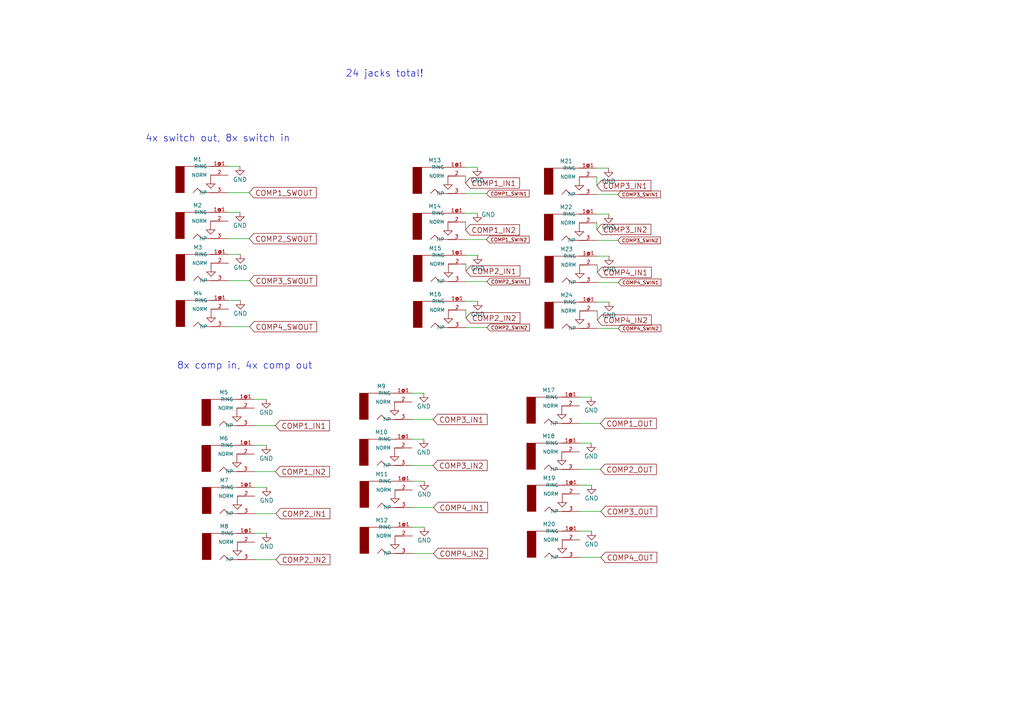
<source format=kicad_sch>
(kicad_sch (version 20211123) (generator eeschema)
  (paper "A4")
  (lib_symbols
    (symbol "erthenvar:AUDIO-JACKERTHENVAR" (pin_names (offset 1.016))
      (property "Reference" "M" (at -7.493 4.445 0))
      (symbol "AUDIO-JACKERTHENVAR_1_0"
        (polyline (pts (xy -5.08 2.54) (xy 5.08 2.54)))
        (polyline (pts (xy -2.54 -5.08) (xy -1.27 -3.81)))
        (polyline (pts (xy -1.27 -3.81) (xy 0 -5.08)))
        (polyline (pts (xy 0 -5.08) (xy 5.08 -5.08)))
        (polyline (pts (xy 1.27 -2.54) (xy 2.54 -2.54)))
        (polyline (pts (xy 2.54 -3.81) (xy 1.27 -2.54)))
        (polyline (pts (xy 2.54 -2.54) (xy 2.54 0)))
        (polyline (pts (xy 2.54 -2.54) (xy 3.81 -2.54)))
        (polyline (pts (xy 3.81 -2.54) (xy 2.54 -3.81)))
        (polyline (pts (xy 5.08 0) (xy 2.54 0)))
      )
      (symbol "AUDIO-JACKERTHENVAR_1_1"
        (rectangle (start -7.62 -5.08) (end -5.08 2.54) (fill (type outline)))
        (pin bidirectional line (at 7.62 2.54 180) (length 5.08) (name "RING") (number "1@1"))
        (pin bidirectional line (at 7.62 2.54 180) (length 5.08) hide (name "RING") (number "1@2"))
        (pin bidirectional line (at 7.62 0 180) (length 5.08) (name "NORM") (number "2"))
        (pin bidirectional line (at 7.62 -5.08 180) (length 5.08) (name "TIP") (number "3"))
      )
    )
    (symbol "power:GND" (power) (pin_names (offset 0))
      (property "Value" "GND" (at 0 -3.81 0))
      (symbol "GND_0_1"
        (polyline (pts (xy 0 0) (xy 0 -1.27) (xy 1.27 -1.27) (xy 0 -2.54) (xy -1.27 -1.27) (xy 0 -1.27)))
      )
      (symbol "GND_1_1"
        (pin power_in line (at 0 0 270) (length 0) hide (name "GND") (number "1"))
      )
    )
  )
  (wire (pts (xy 73.787 136.779) (xy 79.883 136.779)))
  (wire (pts (xy 135.128 76.581) (xy 135.128 78.613)))
  (wire (pts (xy 135.128 87.376) (xy 138.557 87.376)))
  (wire (pts (xy 168.021 136.144) (xy 174.117 136.144)))
  (wire (pts (xy 66.294 94.742) (xy 72.39 94.742)))
  (wire (pts (xy 66.167 48.26) (xy 69.596 48.26)))
  (wire (pts (xy 173.228 87.63) (xy 176.657 87.63)))
  (wire (pts (xy 119.507 121.666) (xy 125.603 121.666)))
  (wire (pts (xy 119.507 135.001) (xy 125.603 135.001)))
  (wire (pts (xy 135.128 81.661) (xy 141.224 81.661)))
  (wire (pts (xy 173.101 62.103) (xy 176.53 62.103)))
  (wire (pts (xy 173.228 95.25) (xy 179.324 95.25)))
  (wire (pts (xy 119.507 114.046) (xy 122.936 114.046)))
  (wire (pts (xy 168.021 128.524) (xy 171.45 128.524)))
  (wire (pts (xy 73.787 123.444) (xy 79.883 123.444)))
  (wire (pts (xy 119.634 139.573) (xy 123.063 139.573)))
  (wire (pts (xy 119.634 147.193) (xy 125.73 147.193)))
  (wire (pts (xy 66.294 81.407) (xy 72.39 81.407)))
  (wire (pts (xy 66.167 69.215) (xy 72.263 69.215)))
  (wire (pts (xy 66.167 55.88) (xy 72.263 55.88)))
  (wire (pts (xy 66.167 61.595) (xy 69.596 61.595)))
  (wire (pts (xy 119.634 160.528) (xy 125.73 160.528)))
  (wire (pts (xy 73.787 129.159) (xy 77.216 129.159)))
  (wire (pts (xy 173.101 64.643) (xy 173.101 66.548)))
  (wire (pts (xy 168.021 115.189) (xy 171.45 115.189)))
  (wire (pts (xy 173.101 51.308) (xy 173.101 53.848)))
  (wire (pts (xy 168.148 154.051) (xy 171.577 154.051)))
  (wire (pts (xy 73.787 115.824) (xy 77.216 115.824)))
  (wire (pts (xy 119.634 152.908) (xy 123.063 152.908)))
  (wire (pts (xy 173.101 69.723) (xy 179.197 69.723)))
  (wire (pts (xy 173.228 90.17) (xy 173.228 92.837)))
  (wire (pts (xy 173.101 56.388) (xy 179.197 56.388)))
  (wire (pts (xy 173.228 74.295) (xy 176.657 74.295)))
  (wire (pts (xy 135.128 89.916) (xy 135.128 92.202)))
  (wire (pts (xy 135.128 74.041) (xy 138.557 74.041)))
  (wire (pts (xy 73.914 154.686) (xy 77.343 154.686)))
  (wire (pts (xy 168.148 140.716) (xy 171.577 140.716)))
  (wire (pts (xy 168.148 148.336) (xy 174.244 148.336)))
  (wire (pts (xy 168.021 122.809) (xy 174.117 122.809)))
  (wire (pts (xy 66.294 87.122) (xy 69.723 87.122)))
  (wire (pts (xy 173.228 81.915) (xy 179.324 81.915)))
  (wire (pts (xy 73.914 148.971) (xy 80.01 148.971)))
  (wire (pts (xy 66.294 73.787) (xy 69.723 73.787)))
  (wire (pts (xy 135.001 69.469) (xy 141.097 69.469)))
  (wire (pts (xy 135.001 64.389) (xy 135.001 66.675)))
  (wire (pts (xy 135.001 48.514) (xy 138.43 48.514)))
  (wire (pts (xy 73.914 141.351) (xy 77.343 141.351)))
  (wire (pts (xy 168.148 161.671) (xy 174.244 161.671)))
  (wire (pts (xy 135.001 51.054) (xy 135.001 53.086)))
  (wire (pts (xy 135.001 56.134) (xy 141.097 56.134)))
  (wire (pts (xy 135.001 61.849) (xy 138.43 61.849)))
  (wire (pts (xy 173.228 76.835) (xy 173.228 78.994)))
  (wire (pts (xy 173.101 48.768) (xy 176.53 48.768)))
  (wire (pts (xy 135.128 94.996) (xy 141.224 94.996)))
  (wire (pts (xy 119.507 127.381) (xy 122.936 127.381)))
  (wire (pts (xy 73.914 162.306) (xy 80.01 162.306)))
  (text "24 jacks total!" (at 100.203 22.606 0) (effects (font (size 2 2)) (justify left bottom)))
  (text "4x switch out, 8x switch in" (at 42.164 41.402 0) (effects (font (size 2 2)) (justify left bottom)))
  (text "8x comp in, 4x comp out" (at 51.308 107.315 0) (effects (font (size 2 2)) (justify left bottom)))
  (global_label "COMP2_SWOUT" (shape input) (at 72.263 69.215 0) (effects (font (size 1.524 1.524))) (property "Intersheet References" "${INTERSHEET_REFS}" (effects hide)))
  (global_label "COMP2_OUT" (shape input) (at 174.117 136.144 0) (effects (font (size 1.524 1.524))) (property "Intersheet References" "${INTERSHEET_REFS}" (effects hide)))
  (global_label "COMP2_IN1" (shape input) (at 80.01 148.971 0) (effects (font (size 1.524 1.524))) (property "Intersheet References" "${INTERSHEET_REFS}" (effects hide)))
  (global_label "COMP3_SWIN2" (shape input) (at 179.197 69.723 0) (effects (font (size 1 1))) (property "Intersheet References" "${INTERSHEET_REFS}" (effects hide)))
  (global_label "COMP1_IN1" (shape input) (at 135.001 53.086 0) (effects (font (size 1.524 1.524))) (property "Intersheet References" "${INTERSHEET_REFS}" (effects hide)))
  (global_label "COMP2_IN2" (shape input) (at 80.01 162.306 0) (effects (font (size 1.524 1.524))) (property "Intersheet References" "${INTERSHEET_REFS}" (effects hide)))
  (global_label "COMP4_SWIN1" (shape input) (at 179.324 81.915 0) (effects (font (size 1 1))) (property "Intersheet References" "${INTERSHEET_REFS}" (effects hide)))
  (global_label "COMP1_SWOUT" (shape input) (at 72.263 55.88 0) (effects (font (size 1.524 1.524))) (property "Intersheet References" "${INTERSHEET_REFS}" (effects hide)))
  (global_label "COMP3_IN2" (shape input) (at 173.101 66.548 0) (effects (font (size 1.524 1.524))) (property "Intersheet References" "${INTERSHEET_REFS}" (effects hide)))
  (global_label "COMP1_IN2" (shape input) (at 135.001 66.675 0) (effects (font (size 1.524 1.524))) (property "Intersheet References" "${INTERSHEET_REFS}" (effects hide)))
  (global_label "COMP3_IN2" (shape input) (at 125.603 135.001 0) (effects (font (size 1.524 1.524))) (property "Intersheet References" "${INTERSHEET_REFS}" (effects hide)))
  (global_label "COMP3_SWOUT" (shape input) (at 72.39 81.407 0) (effects (font (size 1.524 1.524))) (property "Intersheet References" "${INTERSHEET_REFS}" (effects hide)))
  (global_label "COMP3_IN1" (shape input) (at 125.603 121.666 0) (effects (font (size 1.524 1.524))) (property "Intersheet References" "${INTERSHEET_REFS}" (effects hide)))
  (global_label "COMP4_SWOUT" (shape input) (at 72.39 94.742 0) (effects (font (size 1.524 1.524))) (property "Intersheet References" "${INTERSHEET_REFS}" (effects hide)))
  (global_label "COMP1_IN1" (shape input) (at 79.883 123.444 0) (effects (font (size 1.524 1.524))) (property "Intersheet References" "${INTERSHEET_REFS}" (effects hide)))
  (global_label "COMP4_IN1" (shape input) (at 173.228 78.994 0) (effects (font (size 1.524 1.524))) (property "Intersheet References" "${INTERSHEET_REFS}" (effects hide)))
  (global_label "COMP3_IN1" (shape input) (at 173.101 53.848 0) (effects (font (size 1.524 1.524))) (property "Intersheet References" "${INTERSHEET_REFS}" (effects hide)))
  (global_label "COMP2_SWIN2" (shape input) (at 141.224 94.996 0) (effects (font (size 1 1))) (property "Intersheet References" "${INTERSHEET_REFS}" (effects hide)))
  (global_label "COMP1_SWIN1" (shape input) (at 141.097 56.134 0) (effects (font (size 1 1))) (property "Intersheet References" "${INTERSHEET_REFS}" (effects hide)))
  (global_label "COMP3_OUT" (shape input) (at 174.244 148.336 0) (effects (font (size 1.524 1.524))) (property "Intersheet References" "${INTERSHEET_REFS}" (effects hide)))
  (global_label "COMP1_IN2" (shape input) (at 79.883 136.779 0) (effects (font (size 1.524 1.524))) (property "Intersheet References" "${INTERSHEET_REFS}" (effects hide)))
  (global_label "COMP4_OUT" (shape input) (at 174.244 161.671 0) (effects (font (size 1.524 1.524))) (property "Intersheet References" "${INTERSHEET_REFS}" (effects hide)))
  (global_label "COMP3_SWIN1" (shape input) (at 179.197 56.388 0) (effects (font (size 1 1))) (property "Intersheet References" "${INTERSHEET_REFS}" (effects hide)))
  (global_label "COMP1_OUT" (shape input) (at 174.117 122.809 0) (effects (font (size 1.524 1.524))) (property "Intersheet References" "${INTERSHEET_REFS}" (effects hide)))
  (global_label "COMP4_IN1" (shape input) (at 125.73 147.193 0) (effects (font (size 1.524 1.524))) (property "Intersheet References" "${INTERSHEET_REFS}" (effects hide)))
  (global_label "COMP2_SWIN1" (shape input) (at 141.224 81.661 0) (effects (font (size 1 1))) (property "Intersheet References" "${INTERSHEET_REFS}" (effects hide)))
  (global_label "COMP4_IN2" (shape input) (at 125.73 160.528 0) (effects (font (size 1.524 1.524))) (property "Intersheet References" "${INTERSHEET_REFS}" (effects hide)))
  (global_label "COMP2_IN1" (shape input) (at 135.128 78.613 0) (effects (font (size 1.524 1.524))) (property "Intersheet References" "${INTERSHEET_REFS}" (effects hide)))
  (global_label "COMP4_SWIN2" (shape input) (at 179.324 95.25 0) (effects (font (size 1 1))) (property "Intersheet References" "${INTERSHEET_REFS}" (effects hide)))
  (global_label "COMP2_IN2" (shape input) (at 135.128 92.202 0) (effects (font (size 1.524 1.524))) (property "Intersheet References" "${INTERSHEET_REFS}" (effects hide)))
  (global_label "COMP4_IN2" (shape input) (at 173.228 92.837 0) (effects (font (size 1.524 1.524))) (property "Intersheet References" "${INTERSHEET_REFS}" (effects hide)))
  (global_label "COMP1_SWIN2" (shape input) (at 141.097 69.469 0) (effects (font (size 1 1))) (property "Intersheet References" "${INTERSHEET_REFS}" (effects hide)))
  (symbol (lib_id "power:GND") (at 69.723 73.787 0) (unit 1)
    (property "Reference" "#PWR061" (effects hide))
    (property "Value" "GND" (at 69.723 77.597 0))
  )
  (symbol (lib_id "power:GND") (at 176.657 87.63 0) (unit 1)
    (property "Reference" "#PWR082" (effects hide))
    (property "Value" "GND" (at 176.657 91.44 0))
  )
  (symbol (lib_id "power:GND") (at 138.557 74.041 0) (unit 1)
    (property "Reference" "#PWR073" (effects hide))
    (property "Value" "GND" (at 138.557 77.851 0))
  )
  (symbol (lib_id "erthenvar:AUDIO-JACKERTHENVAR") (at 165.481 64.643 0) (unit 1)
    (property "Reference" "M22" (at 164.211 60.071 0) (effects (font (size 1.143 1.143))))
    (property "Value" "AUDIO-JACKERTHENVAR-PJ398" (effects hide))
    (property "Footprint" "erthenvar_ERTHENVAR-JACK" (effects hide))
  )
  (symbol (lib_id "power:GND") (at 171.577 140.716 0) (unit 1)
    (property "Reference" "#PWR077" (effects hide))
    (property "Value" "GND" (at 171.577 144.526 0))
  )
  (symbol (lib_id "power:GND") (at 171.45 128.524 0) (unit 1)
    (property "Reference" "#PWR076" (effects hide))
    (property "Value" "GND" (at 171.45 132.334 0))
  )
  (symbol (lib_id "power:GND") (at 138.43 48.514 0) (unit 1)
    (property "Reference" "#PWR071" (effects hide))
    (property "Value" "GND" (at 138.43 52.324 0))
  )
  (symbol (lib_id "erthenvar:AUDIO-JACKERTHENVAR") (at 58.674 76.327 0) (unit 1)
    (property "Reference" "M3" (at 57.404 71.755 0) (effects (font (size 1.143 1.143))))
    (property "Value" "AUDIO-JACKERTHENVAR-PJ398" (effects hide))
    (property "Footprint" "erthenvar_ERTHENVAR-JACK" (effects hide))
  )
  (symbol (lib_id "erthenvar:AUDIO-JACKERTHENVAR") (at 165.608 76.835 0) (unit 1)
    (property "Reference" "M23" (at 164.338 72.263 0) (effects (font (size 1.143 1.143))))
    (property "Value" "AUDIO-JACKERTHENVAR-PJ398" (effects hide))
    (property "Footprint" "erthenvar_ERTHENVAR-JACK" (effects hide))
  )
  (symbol (lib_id "power:GND") (at 138.43 61.849 0) (unit 1)
    (property "Reference" "#PWR072" (effects hide))
    (property "Value" "GND" (at 141.605 62.23 0))
  )
  (symbol (lib_id "power:GND") (at 171.577 154.051 0) (unit 1)
    (property "Reference" "#PWR078" (effects hide))
    (property "Value" "GND" (at 171.577 157.861 0))
  )
  (symbol (lib_id "power:GND") (at 77.216 115.824 0) (unit 1)
    (property "Reference" "#PWR063" (effects hide))
    (property "Value" "GND" (at 77.216 119.634 0))
  )
  (symbol (lib_id "erthenvar:AUDIO-JACKERTHENVAR") (at 112.014 142.113 0) (unit 1)
    (property "Reference" "M11" (at 110.744 137.541 0) (effects (font (size 1.143 1.143))))
    (property "Value" "AUDIO-JACKERTHENVAR-PJ398" (effects hide))
    (property "Footprint" "erthenvar_ERTHENVAR-JACK" (effects hide))
  )
  (symbol (lib_id "erthenvar:AUDIO-JACKERTHENVAR") (at 66.294 157.226 0) (unit 1)
    (property "Reference" "M8" (at 65.024 152.654 0) (effects (font (size 1.143 1.143))))
    (property "Value" "AUDIO-JACKERTHENVAR-PJ398" (effects hide))
    (property "Footprint" "erthenvar_ERTHENVAR-JACK" (effects hide))
  )
  (symbol (lib_id "erthenvar:AUDIO-JACKERTHENVAR") (at 66.167 118.364 0) (unit 1)
    (property "Reference" "M5" (at 64.897 113.792 0) (effects (font (size 1.143 1.143))))
    (property "Value" "AUDIO-JACKERTHENVAR-PJ398" (effects hide))
    (property "Footprint" "erthenvar_ERTHENVAR-JACK" (effects hide))
  )
  (symbol (lib_id "power:GND") (at 77.343 154.686 0) (unit 1)
    (property "Reference" "#PWR066" (effects hide))
    (property "Value" "GND" (at 77.343 158.496 0))
  )
  (symbol (lib_id "erthenvar:AUDIO-JACKERTHENVAR") (at 66.167 131.699 0) (unit 1)
    (property "Reference" "M6" (at 64.897 127.127 0) (effects (font (size 1.143 1.143))))
    (property "Value" "AUDIO-JACKERTHENVAR-PJ398" (effects hide))
    (property "Footprint" "erthenvar_ERTHENVAR-JACK" (effects hide))
  )
  (symbol (lib_id "erthenvar:AUDIO-JACKERTHENVAR") (at 165.481 51.308 0) (unit 1)
    (property "Reference" "M21" (at 164.211 46.736 0) (effects (font (size 1.143 1.143))))
    (property "Value" "AUDIO-JACKERTHENVAR-PJ398" (effects hide))
    (property "Footprint" "erthenvar_ERTHENVAR-JACK" (effects hide))
  )
  (symbol (lib_id "erthenvar:AUDIO-JACKERTHENVAR") (at 160.401 117.729 0) (unit 1)
    (property "Reference" "M17" (at 159.131 113.157 0) (effects (font (size 1.143 1.143))))
    (property "Value" "AUDIO-JACKERTHENVAR-PJ398" (effects hide))
    (property "Footprint" "erthenvar_ERTHENVAR-JACK" (effects hide))
  )
  (symbol (lib_id "power:GND") (at 138.557 87.376 0) (unit 1)
    (property "Reference" "#PWR074" (effects hide))
    (property "Value" "GND" (at 138.557 91.186 0))
  )
  (symbol (lib_id "power:GND") (at 176.657 74.295 0) (unit 1)
    (property "Reference" "#PWR081" (effects hide))
    (property "Value" "GND" (at 176.657 78.105 0))
  )
  (symbol (lib_id "power:GND") (at 77.216 129.159 0) (unit 1)
    (property "Reference" "#PWR064" (effects hide))
    (property "Value" "GND" (at 77.216 132.969 0))
  )
  (symbol (lib_id "power:GND") (at 69.723 87.122 0) (unit 1)
    (property "Reference" "#PWR062" (effects hide))
    (property "Value" "GND" (at 69.723 90.932 0))
  )
  (symbol (lib_id "power:GND") (at 123.063 152.908 0) (unit 1)
    (property "Reference" "#PWR070" (effects hide))
    (property "Value" "GND" (at 123.063 156.718 0))
  )
  (symbol (lib_id "erthenvar:AUDIO-JACKERTHENVAR") (at 58.547 64.135 0) (unit 1)
    (property "Reference" "M2" (at 57.277 59.563 0) (effects (font (size 1.143 1.143))))
    (property "Value" "AUDIO-JACKERTHENVAR-PJ398" (effects hide))
    (property "Footprint" "erthenvar_ERTHENVAR-JACK" (effects hide))
  )
  (symbol (lib_id "erthenvar:AUDIO-JACKERTHENVAR") (at 58.547 50.8 0) (unit 1)
    (property "Reference" "M1" (at 57.277 46.228 0) (effects (font (size 1.143 1.143))))
    (property "Value" "AUDIO-JACKERTHENVAR-PJ398" (effects hide))
    (property "Footprint" "erthenvar_ERTHENVAR-JACK" (effects hide))
  )
  (symbol (lib_id "power:GND") (at 69.596 61.595 0) (unit 1)
    (property "Reference" "#PWR060" (effects hide))
    (property "Value" "GND" (at 69.596 65.405 0))
  )
  (symbol (lib_id "erthenvar:AUDIO-JACKERTHENVAR") (at 111.887 116.586 0) (unit 1)
    (property "Reference" "M9" (at 110.617 112.014 0) (effects (font (size 1.143 1.143))))
    (property "Value" "AUDIO-JACKERTHENVAR-PJ398" (effects hide))
    (property "Footprint" "erthenvar_ERTHENVAR-JACK" (effects hide))
  )
  (symbol (lib_id "erthenvar:AUDIO-JACKERTHENVAR") (at 165.608 90.17 0) (unit 1)
    (property "Reference" "M24" (at 164.338 85.598 0) (effects (font (size 1.143 1.143))))
    (property "Value" "AUDIO-JACKERTHENVAR-PJ398" (effects hide))
    (property "Footprint" "erthenvar_ERTHENVAR-JACK" (effects hide))
  )
  (symbol (lib_id "erthenvar:AUDIO-JACKERTHENVAR") (at 127.508 89.916 0) (unit 1)
    (property "Reference" "M16" (at 126.238 85.344 0) (effects (font (size 1.143 1.143))))
    (property "Value" "AUDIO-JACKERTHENVAR-PJ398" (effects hide))
    (property "Footprint" "erthenvar_ERTHENVAR-JACK" (effects hide))
  )
  (symbol (lib_id "erthenvar:AUDIO-JACKERTHENVAR") (at 127.381 51.054 0) (unit 1)
    (property "Reference" "M13" (at 126.111 46.482 0) (effects (font (size 1.143 1.143))))
    (property "Value" "AUDIO-JACKERTHENVAR-PJ398" (effects hide))
    (property "Footprint" "erthenvar_ERTHENVAR-JACK" (effects hide))
  )
  (symbol (lib_id "power:GND") (at 69.596 48.26 0) (unit 1)
    (property "Reference" "#PWR059" (effects hide))
    (property "Value" "GND" (at 69.596 52.07 0))
  )
  (symbol (lib_id "power:GND") (at 176.53 48.768 0) (unit 1)
    (property "Reference" "#PWR079" (effects hide))
    (property "Value" "GND" (at 176.53 52.578 0))
  )
  (symbol (lib_id "erthenvar:AUDIO-JACKERTHENVAR") (at 160.528 143.256 0) (unit 1)
    (property "Reference" "M19" (at 159.258 138.684 0) (effects (font (size 1.143 1.143))))
    (property "Value" "AUDIO-JACKERTHENVAR-PJ398" (effects hide))
    (property "Footprint" "erthenvar_ERTHENVAR-JACK" (effects hide))
  )
  (symbol (lib_id "erthenvar:AUDIO-JACKERTHENVAR") (at 112.014 155.448 0) (unit 1)
    (property "Reference" "M12" (at 110.744 150.876 0) (effects (font (size 1.143 1.143))))
    (property "Value" "AUDIO-JACKERTHENVAR-PJ398" (effects hide))
    (property "Footprint" "erthenvar_ERTHENVAR-JACK" (effects hide))
  )
  (symbol (lib_id "erthenvar:AUDIO-JACKERTHENVAR") (at 66.294 143.891 0) (unit 1)
    (property "Reference" "M7" (at 65.024 139.319 0) (effects (font (size 1.143 1.143))))
    (property "Value" "AUDIO-JACKERTHENVAR-PJ398" (effects hide))
    (property "Footprint" "erthenvar_ERTHENVAR-JACK" (effects hide))
  )
  (symbol (lib_id "power:GND") (at 122.936 114.046 0) (unit 1)
    (property "Reference" "#PWR067" (effects hide))
    (property "Value" "GND" (at 122.936 117.856 0))
  )
  (symbol (lib_id "power:GND") (at 123.063 139.573 0) (unit 1)
    (property "Reference" "#PWR069" (effects hide))
    (property "Value" "GND" (at 123.063 143.383 0))
  )
  (symbol (lib_id "power:GND") (at 171.45 115.189 0) (unit 1)
    (property "Reference" "#PWR075" (effects hide))
    (property "Value" "GND" (at 171.45 118.999 0))
  )
  (symbol (lib_id "erthenvar:AUDIO-JACKERTHENVAR") (at 58.674 89.662 0) (unit 1)
    (property "Reference" "M4" (at 57.404 85.09 0) (effects (font (size 1.143 1.143))))
    (property "Value" "AUDIO-JACKERTHENVAR-PJ398" (effects hide))
    (property "Footprint" "erthenvar_ERTHENVAR-JACK" (effects hide))
  )
  (symbol (lib_id "erthenvar:AUDIO-JACKERTHENVAR") (at 127.508 76.581 0) (unit 1)
    (property "Reference" "M15" (at 126.238 72.009 0) (effects (font (size 1.143 1.143))))
    (property "Value" "AUDIO-JACKERTHENVAR-PJ398" (effects hide))
    (property "Footprint" "erthenvar_ERTHENVAR-JACK" (effects hide))
  )
  (symbol (lib_id "erthenvar:AUDIO-JACKERTHENVAR") (at 111.887 129.921 0) (unit 1)
    (property "Reference" "M10" (at 110.617 125.349 0) (effects (font (size 1.143 1.143))))
    (property "Value" "AUDIO-JACKERTHENVAR-PJ398" (effects hide))
    (property "Footprint" "erthenvar_ERTHENVAR-JACK" (effects hide))
  )
  (symbol (lib_id "erthenvar:AUDIO-JACKERTHENVAR") (at 127.381 64.389 0) (unit 1)
    (property "Reference" "M14" (at 126.111 59.817 0) (effects (font (size 1.143 1.143))))
    (property "Value" "AUDIO-JACKERTHENVAR-PJ398" (effects hide))
    (property "Footprint" "erthenvar_ERTHENVAR-JACK" (effects hide))
  )
  (symbol (lib_id "erthenvar:AUDIO-JACKERTHENVAR") (at 160.528 156.591 0) (unit 1)
    (property "Reference" "M20" (at 159.258 152.019 0) (effects (font (size 1.143 1.143))))
    (property "Value" "AUDIO-JACKERTHENVAR-PJ398" (effects hide))
    (property "Footprint" "erthenvar_ERTHENVAR-JACK" (effects hide))
  )
  (symbol (lib_id "power:GND") (at 77.343 141.351 0) (unit 1)
    (property "Reference" "#PWR065" (effects hide))
    (property "Value" "GND" (at 77.343 145.161 0))
  )
  (symbol (lib_id "power:GND") (at 176.53 62.103 0) (unit 1)
    (property "Reference" "#PWR080" (effects hide))
    (property "Value" "GND" (at 176.53 65.913 0))
  )
  (symbol (lib_id "power:GND") (at 122.936 127.381 0) (unit 1)
    (property "Reference" "#PWR068" (effects hide))
    (property "Value" "GND" (at 122.936 131.191 0))
  )
  (symbol (lib_id "erthenvar:AUDIO-JACKERTHENVAR") (at 160.401 131.064 0) (unit 1)
    (property "Reference" "M18" (at 159.131 126.492 0) (effects (font (size 1.143 1.143))))
    (property "Value" "AUDIO-JACKERTHENVAR-PJ398" (effects hide))
    (property "Footprint" "erthenvar_ERTHENVAR-JACK" (effects hide))
  )
)
</source>
